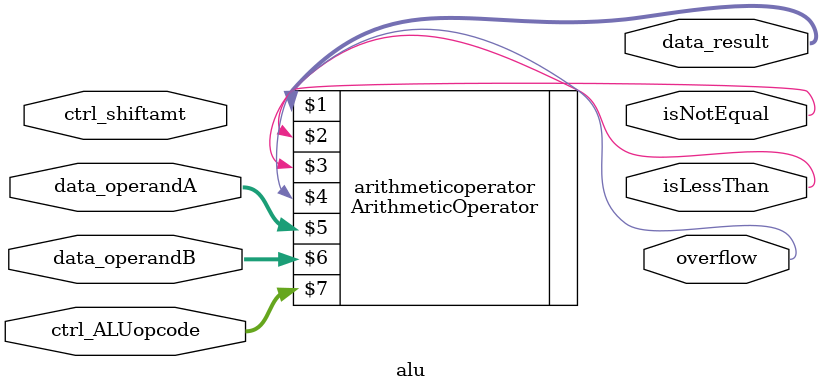
<source format=v>

module alu(data_operandA, data_operandB, ctrl_ALUopcode, ctrl_shiftamt, data_result, isNotEqual, isLessThan, overflow);

   input [31:0] data_operandA, data_operandB;
   input [4:0] ctrl_ALUopcode, ctrl_shiftamt;

   output [31:0] data_result;
   output isNotEqual, isLessThan, overflow;
	
	ArithmeticOperator arithmeticoperator(data_result, isNotEqual, isLessThan, overflow, data_operandA, data_operandB, ctrl_ALUopcode);

endmodule



</source>
